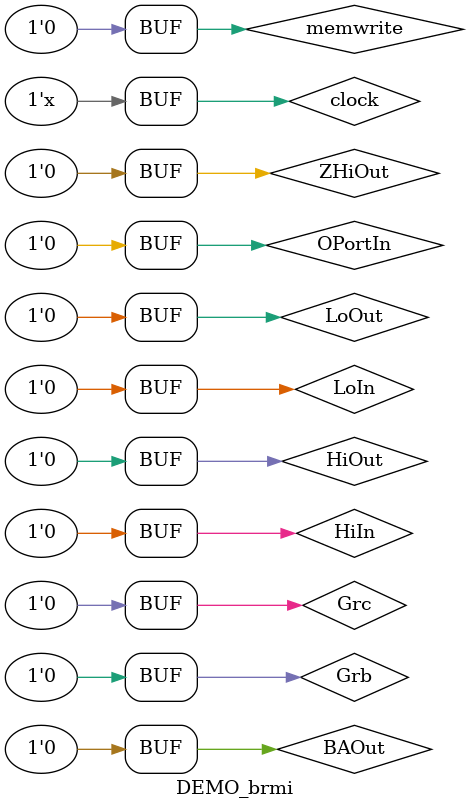
<source format=v>
`timescale 1ns/10ps
module DEMO_brmi();

reg clock, clear;
reg [3:0] present_state;

reg HiIn, LoIn, ZIn, PCIn, MDRIn, MARIn, YIn, OPortIn, IRIn;
initial {HiIn, LoIn, ZIn, PCIn, MDRIn, MARIn, YIn, OPortIn, IRIn} = 0;
reg HiOut, LoOut, ZHiOut, ZLoOut, PCOut, MDROut, IPortOut, COut;
initial {HiOut, LoOut, ZHiOut, ZLoOut, PCOut, MDROut, IPortOut, COut} = 0;

reg [31:0] IPortInput = 0;

reg Gra, Grb, Grc, RIn, ROut, BAOut;
initial {Gra, Grb, Grc, RIn, ROut, BAOut} = 0;

reg Conin = 0;
wire ConOut;

reg memread = 0, memwrite = 0;
reg [4:0] ALUCode = 0;
reg initMem = 0;

DataPath dp(
	clock, clear, 
	HiIn, LoIn, ZIn, PCIn, MDRIn, MARIn, YIn, OPortIn, IRIn,
	HiOut, LoOut, ZHiOut, ZLoOut, PCOut, MDROut, IPortOut, COut,
	IPortInput,
	Gra, Grb, Grc, RIn, ROut, BAOut,
	Conin, ConOut,
	memread, memwrite, 
	ALUCode,
	initMem
);


//states and clock control:
parameter init1 = 4'd1, init2 = 4'd2, init3 = 4'd3, T0 = 4'd4, T1 = 4'd5, T2 = 4'd6, T3 = 4'd7, T4 = 4'd8, T5 = 4'd9, T6 = 4'd10, T7 = 4'd11;//can add more states here
initial begin clock = 0; present_state = 4'd0; end
always #10 clock = ~clock;
always @ (negedge clock) present_state = present_state + 1;



always @(present_state) begin
	case(present_state)
		init1: begin //Preload Register with value
			initMem = 1;
			IPortInput = 32'bxxxxx_0001_xxxx_1000000000000001111;//32'bxxxxx_register_xxxx_value
			IPortOut = 1;
			IRIn = 1;
			#15 IRIn = 0; IPortOut = 0; initMem = 0;
		end
		init2: begin
			Gra = 1;
			RIn = 1;
			COut = 1;
			#15 Gra = 0; RIn = 0; COut = 0;
		end
		init3: begin
			PCIn = 1;
			IPortInput = 32'd344;//preload PC with instruction memory location
			IPortOut = 1;
			#15 PCIn = 0; IPortOut = 0;
		end
		T0: begin
			PCOut = 1; MARIn = 1; ALUCode = 5'b11111; ZIn = 1;
			#15 PCOut = 0; MARIn = 0; ALUCode = 5'b0; ZIn = 0;
		end
		T1: begin
			ZLoOut = 1; PCIn = 1; memread = 1; MDRIn = 1;
			#15 ZLoOut = 0; PCIn = 0; memread = 0; MDRIn = 0;
		end
		T2: begin
			MDROut = 1; IRIn = 1;
			#15 MDROut = 0; IRIn = 0;
		end
		T3: begin
			Gra = 1; ROut = 1; Conin = 1;
			#15 Gra = 0; ROut = 0; Conin = 0;
		end
		T4: begin
			PCOut = 1; YIn = 1;
			#15 PCOut = 0; YIn = 0;
		end
		T5: begin
			COut = 1; ZIn = 1; ALUCode = 5'b00011;
			#15 COut = 0; ZIn = 0;
		end
		T6: begin
			if(ConOut == 1) begin
				ZLoOut = 1; PCIn = 1;
			end
			#13 ZLoOut = 0; PCIn = 0;
		end
		T7: begin

		end
	endcase
end
endmodule 
</source>
